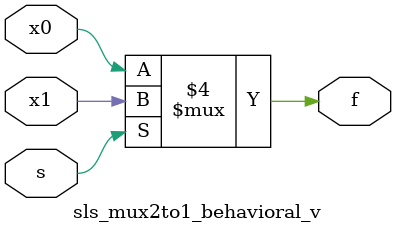
<source format=v>
module sls_mux2to1_behavioral_v (x1, x0, s, f);

input x1, x0, s;
output reg f;

	always @(x1, x0, s)
		begin
			if (s ==1)
				f = x1;
			else
				f = x0;
		end
		
endmodule

</source>
